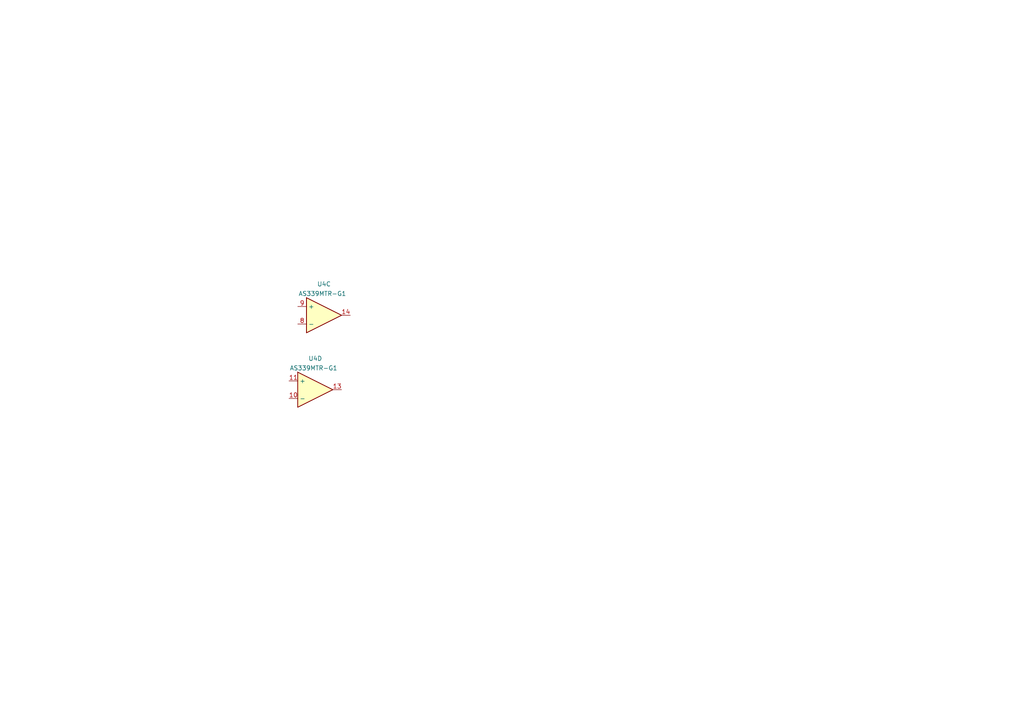
<source format=kicad_sch>
(kicad_sch (version 20210621) (generator eeschema)
  (paper "A4")
  (lib_symbols
    (symbol "DiscretePixelDetectorForRadiationAnalysis:AS339MTR-G1 "
      (property "Reference" "U" (at 0 5.08 0))
      (property "Value" "AS339MTR-G1 " (at 0 -5.08 0))
      (symbol "AS339MTR-G1 _1_1"
        (polyline (pts (xy -5.08 5.08) (xy 5.08 0) (xy -5.08 -5.08) (xy -5.08 5.08)) (stroke (width 0.254)) (fill (type background)))
        (pin output line (at 7.62 0 180) (length 2.54) (name "~") (number "2"))
        (pin input line (at -7.62 -2.54 0) (length 2.54) (name "-") (number "4"))
        (pin input line (at -7.62 2.54 0) (length 2.54) (name "+") (number "5"))
      )
      (symbol "AS339MTR-G1 _2_1"
        (polyline (pts (xy -5.08 5.08) (xy 5.08 0) (xy -5.08 -5.08) (xy -5.08 5.08)) (stroke (width 0.254)) (fill (type background)))
        (pin output line (at 7.62 0 180) (length 2.54) (name "~") (number "1"))
        (pin input line (at -7.62 -2.54 0) (length 2.54) (name "-") (number "6"))
        (pin input line (at -7.62 2.54 0) (length 2.54) (name "+") (number "7"))
      )
      (symbol "AS339MTR-G1 _3_1"
        (polyline (pts (xy -5.08 5.08) (xy 5.08 0) (xy -5.08 -5.08) (xy -5.08 5.08)) (stroke (width 0.254)) (fill (type background)))
        (pin output line (at 7.62 0 180) (length 2.54) (name "~") (number "14"))
        (pin input line (at -7.62 -2.54 0) (length 2.54) (name "-") (number "8"))
        (pin input line (at -7.62 2.54 0) (length 2.54) (name "+") (number "9"))
      )
      (symbol "AS339MTR-G1 _4_1"
        (polyline (pts (xy -5.08 5.08) (xy 5.08 0) (xy -5.08 -5.08) (xy -5.08 5.08)) (stroke (width 0.254)) (fill (type background)))
        (pin input line (at -7.62 -2.54 0) (length 2.54) (name "-") (number "10"))
        (pin input line (at -7.62 2.54 0) (length 2.54) (name "+") (number "11"))
        (pin output line (at 7.62 0 180) (length 2.54) (name "~") (number "13"))
      )
      (symbol "AS339MTR-G1 _5_1"
        (pin power_in line (at -2.54 -7.62 90) (length 3.81) (name "V-") (number "12"))
        (pin power_in line (at -2.54 7.62 270) (length 3.81) (name "V+") (number "3"))
      )
    )
  )
  (symbol (lib_id "DiscretePixelDetectorForRadiationAnalysis:AS339MTR-G1 ") (at 91.44 113.03 0) (unit 4)
    (property "Reference" "U4" (at 91.44 103.9834 0))
    (property "Value" "AS339MTR-G1 " (at 91.44 106.7585 0))
    (property "Footprint" "Package_SO:SO-14_3.9x8.65mm_P1.27mm" (effects hide))
    (property "Datasheet" "https://www.tme.eu/Document/ab5511a74d7ca6fc8187c21ca1697b95/AS339.pdf" (effects hide))
  )
  (symbol (lib_id "DiscretePixelDetectorForRadiationAnalysis:AS339MTR-G1 ") (at 93.98 91.44 0) (unit 3)
    (property "Reference" "U4" (at 93.98 82.3934 0))
    (property "Value" "AS339MTR-G1 " (at 93.98 85.1685 0))
    (property "Footprint" "Package_SO:SO-14_3.9x8.65mm_P1.27mm" (effects hide))
    (property "Datasheet" "https://www.tme.eu/Document/ab5511a74d7ca6fc8187c21ca1697b95/AS339.pdf" (effects hide))
  )
)
</source>
